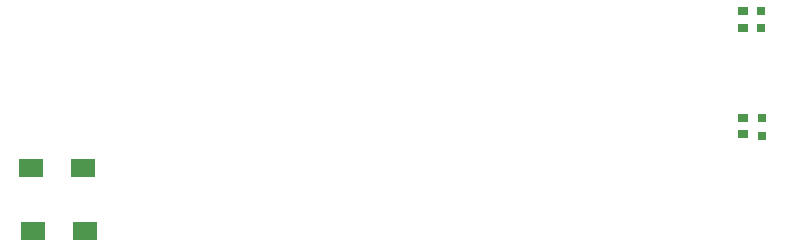
<source format=gbp>
%FSTAX23Y23*%
%MOIN*%
%SFA1B1*%

%IPPOS*%
%ADD22R,0.031500X0.031500*%
%ADD27R,0.037400X0.031500*%
%ADD124R,0.082700X0.061000*%
%LNv1.0-1*%
%LPD*%
G54D22*
X03775Y04839D03*
Y0478D03*
X0378Y04482D03*
Y04423D03*
G54D27*
X03715Y04782D03*
Y04837D03*
Y04427D03*
Y04482D03*
G54D124*
X01343Y04315D03*
X01516D03*
X01348Y04105D03*
X01521D03*
M02*
</source>
